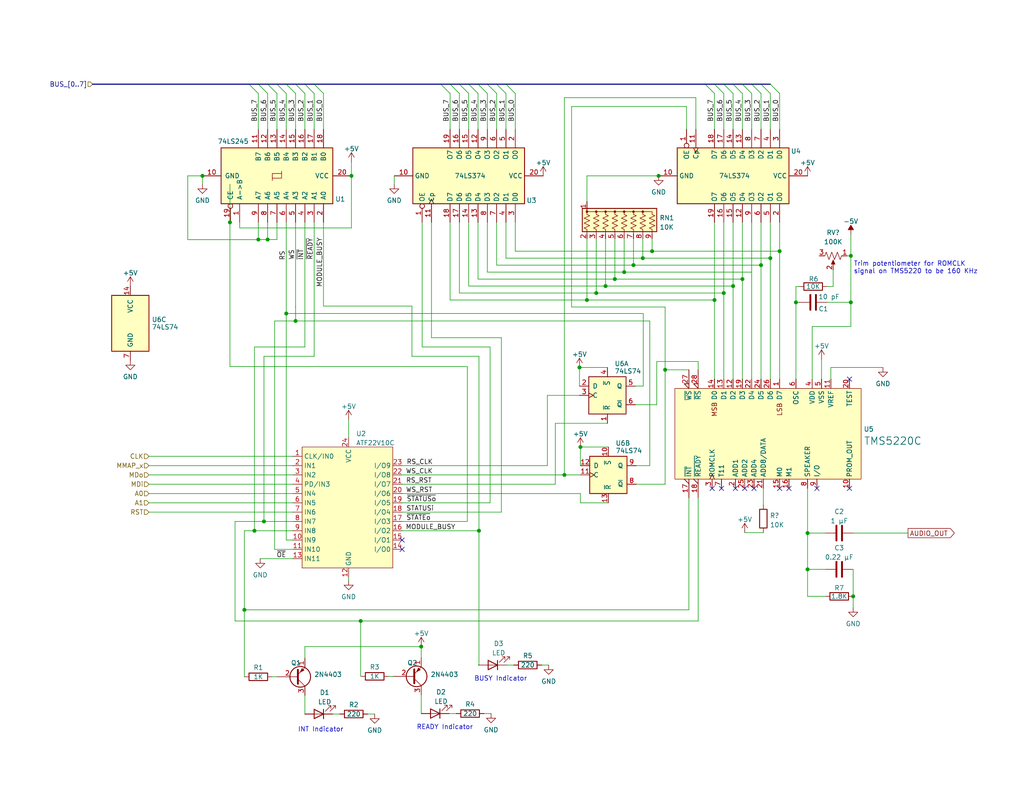
<source format=kicad_sch>
(kicad_sch (version 20230121) (generator eeschema)
  (paper "A")
  (lib_symbols
    (symbol "74xx:74LS245" (pin_names (offset 1.016))
      (property "Reference" "U" (at -7.62 16.51 0))
      (property "Value" "74LS245" (at -7.62 -16.51 0))
      (symbol "74LS245_1_0"
        (polyline (pts (xy -0.635 -1.27) (xy -0.635 1.27) (xy 0.635 1.27)))
        (polyline (pts (xy -1.27 -1.27) (xy 0.635 -1.27) (xy 0.635 1.27) (xy 1.27 1.27)))
        (pin input line (at -12.7 -10.16 0) (length 5.08) (name "A->B") (number "1"))
        (pin power_in line (at 0 -20.32 90) (length 5.08) (name "GND") (number "10"))
        (pin tri_state line (at 12.7 -5.08 180) (length 5.08) (name "B7") (number "11"))
        (pin tri_state line (at 12.7 -2.54 180) (length 5.08) (name "B6") (number "12"))
        (pin tri_state line (at 12.7 0 180) (length 5.08) (name "B5") (number "13"))
        (pin tri_state line (at 12.7 2.54 180) (length 5.08) (name "B4") (number "14"))
        (pin tri_state line (at 12.7 5.08 180) (length 5.08) (name "B3") (number "15"))
        (pin tri_state line (at 12.7 7.62 180) (length 5.08) (name "B2") (number "16"))
        (pin tri_state line (at 12.7 10.16 180) (length 5.08) (name "B1") (number "17"))
        (pin tri_state line (at 12.7 12.7 180) (length 5.08) (name "B0") (number "18"))
        (pin input inverted (at -12.7 -12.7 0) (length 5.08) (name "CE") (number "19"))
        (pin tri_state line (at -12.7 12.7 0) (length 5.08) (name "A0") (number "2"))
        (pin power_in line (at 0 20.32 270) (length 5.08) (name "VCC") (number "20"))
        (pin tri_state line (at -12.7 10.16 0) (length 5.08) (name "A1") (number "3"))
        (pin tri_state line (at -12.7 7.62 0) (length 5.08) (name "A2") (number "4"))
        (pin tri_state line (at -12.7 5.08 0) (length 5.08) (name "A3") (number "5"))
        (pin tri_state line (at -12.7 2.54 0) (length 5.08) (name "A4") (number "6"))
        (pin tri_state line (at -12.7 0 0) (length 5.08) (name "A5") (number "7"))
        (pin tri_state line (at -12.7 -2.54 0) (length 5.08) (name "A6") (number "8"))
        (pin tri_state line (at -12.7 -5.08 0) (length 5.08) (name "A7") (number "9"))
      )
      (symbol "74LS245_1_1"
        (rectangle (start -7.62 15.24) (end 7.62 -15.24) (stroke (width 0.254)) (fill (type background)))
      )
    )
    (symbol "74xx:74LS374"
      (property "Reference" "U" (at -7.62 16.51 0))
      (property "Value" "74LS374" (at -7.62 -16.51 0))
      (symbol "74LS374_1_0"
        (pin input inverted (at -12.7 -12.7 0) (length 5.08) (name "OE") (number "1"))
        (pin power_in line (at 0 -20.32 90) (length 5.08) (name "GND") (number "10"))
        (pin input clock (at -12.7 -10.16 0) (length 5.08) (name "Cp") (number "11"))
        (pin tri_state line (at 12.7 2.54 180) (length 5.08) (name "O4") (number "12"))
        (pin input line (at -12.7 2.54 0) (length 5.08) (name "D4") (number "13"))
        (pin input line (at -12.7 0 0) (length 5.08) (name "D5") (number "14"))
        (pin tri_state line (at 12.7 0 180) (length 5.08) (name "O5") (number "15"))
        (pin tri_state line (at 12.7 -2.54 180) (length 5.08) (name "O6") (number "16"))
        (pin input line (at -12.7 -2.54 0) (length 5.08) (name "D6") (number "17"))
        (pin input line (at -12.7 -5.08 0) (length 5.08) (name "D7") (number "18"))
        (pin tri_state line (at 12.7 -5.08 180) (length 5.08) (name "O7") (number "19"))
        (pin tri_state line (at 12.7 12.7 180) (length 5.08) (name "O0") (number "2"))
        (pin power_in line (at 0 20.32 270) (length 5.08) (name "VCC") (number "20"))
        (pin input line (at -12.7 12.7 0) (length 5.08) (name "D0") (number "3"))
        (pin input line (at -12.7 10.16 0) (length 5.08) (name "D1") (number "4"))
        (pin tri_state line (at 12.7 10.16 180) (length 5.08) (name "O1") (number "5"))
        (pin tri_state line (at 12.7 7.62 180) (length 5.08) (name "O2") (number "6"))
        (pin input line (at -12.7 7.62 0) (length 5.08) (name "D2") (number "7"))
        (pin input line (at -12.7 5.08 0) (length 5.08) (name "D3") (number "8"))
        (pin tri_state line (at 12.7 5.08 180) (length 5.08) (name "O3") (number "9"))
      )
      (symbol "74LS374_1_1"
        (rectangle (start -7.62 15.24) (end 7.62 -15.24) (stroke (width 0.254)) (fill (type background)))
      )
    )
    (symbol "74xx:74LS74" (pin_names (offset 1.016))
      (property "Reference" "U" (at -7.62 8.89 0))
      (property "Value" "74LS74" (at -7.62 -8.89 0))
      (symbol "74LS74_1_0"
        (pin input line (at 0 -7.62 90) (length 2.54) (name "~{R}") (number "1"))
        (pin input line (at -7.62 2.54 0) (length 2.54) (name "D") (number "2"))
        (pin input clock (at -7.62 0 0) (length 2.54) (name "C") (number "3"))
        (pin input line (at 0 7.62 270) (length 2.54) (name "~{S}") (number "4"))
        (pin output line (at 7.62 2.54 180) (length 2.54) (name "Q") (number "5"))
        (pin output line (at 7.62 -2.54 180) (length 2.54) (name "~{Q}") (number "6"))
      )
      (symbol "74LS74_1_1"
        (rectangle (start -5.08 5.08) (end 5.08 -5.08) (stroke (width 0.254)) (fill (type background)))
      )
      (symbol "74LS74_2_0"
        (pin input line (at 0 7.62 270) (length 2.54) (name "~{S}") (number "10"))
        (pin input clock (at -7.62 0 0) (length 2.54) (name "C") (number "11"))
        (pin input line (at -7.62 2.54 0) (length 2.54) (name "D") (number "12"))
        (pin input line (at 0 -7.62 90) (length 2.54) (name "~{R}") (number "13"))
        (pin output line (at 7.62 -2.54 180) (length 2.54) (name "~{Q}") (number "8"))
        (pin output line (at 7.62 2.54 180) (length 2.54) (name "Q") (number "9"))
      )
      (symbol "74LS74_2_1"
        (rectangle (start -5.08 5.08) (end 5.08 -5.08) (stroke (width 0.254)) (fill (type background)))
      )
      (symbol "74LS74_3_0"
        (pin power_in line (at 0 10.16 270) (length 2.54) (name "VCC") (number "14"))
        (pin power_in line (at 0 -10.16 90) (length 2.54) (name "GND") (number "7"))
      )
      (symbol "74LS74_3_1"
        (rectangle (start -5.08 7.62) (end 5.08 -7.62) (stroke (width 0.254)) (fill (type background)))
      )
    )
    (symbol "Device:C" (pin_numbers hide) (pin_names (offset 0.254))
      (property "Reference" "C" (at 0.635 2.54 0))
      (property "Value" "C" (at 0.635 -2.54 0))
      (symbol "C_0_1"
        (polyline (pts (xy -2.032 -0.762) (xy 2.032 -0.762)) (stroke (width 0.508)))
        (polyline (pts (xy -2.032 0.762) (xy 2.032 0.762)) (stroke (width 0.508)))
      )
      (symbol "C_1_1"
        (pin passive line (at 0 3.81 270) (length 2.794) (name "~") (number "1"))
        (pin passive line (at 0 -3.81 90) (length 2.794) (name "~") (number "2"))
      )
    )
    (symbol "Device:LED" (pin_numbers hide) (pin_names (offset 1.016) hide)
      (property "Reference" "D" (at 0 2.54 0))
      (property "Value" "LED" (at 0 -2.54 0))
      (symbol "LED_0_1"
        (polyline (pts (xy -1.27 -1.27) (xy -1.27 1.27)) (stroke (width 0.254)))
        (polyline (pts (xy -1.27 0) (xy 1.27 0)))
        (polyline (pts (xy 1.27 -1.27) (xy 1.27 1.27) (xy -1.27 0) (xy 1.27 -1.27)) (stroke (width 0.254)))
        (polyline (pts (xy -3.048 -0.762) (xy -4.572 -2.286) (xy -3.81 -2.286) (xy -4.572 -2.286) (xy -4.572 -1.524)))
        (polyline (pts (xy -1.778 -0.762) (xy -3.302 -2.286) (xy -2.54 -2.286) (xy -3.302 -2.286) (xy -3.302 -1.524)))
      )
      (symbol "LED_1_1"
        (pin passive line (at -3.81 0 0) (length 2.54) (name "K") (number "1"))
        (pin passive line (at 3.81 0 180) (length 2.54) (name "A") (number "2"))
      )
    )
    (symbol "Device:Q_PNP_EBC" (pin_names (offset 0) hide)
      (property "Reference" "Q" (at 5.08 1.27 0))
      (property "Value" "Q_PNP_EBC" (at 5.08 -1.27 0))
      (symbol "Q_PNP_EBC_0_1"
        (polyline (pts (xy 0.635 0.635) (xy 2.54 2.54)))
        (polyline (pts (xy 0.635 -0.635) (xy 2.54 -2.54) (xy 2.54 -2.54)))
        (polyline (pts (xy 0.635 1.905) (xy 0.635 -1.905) (xy 0.635 -1.905)) (stroke (width 0.508)))
        (polyline (pts (xy 2.286 -1.778) (xy 1.778 -2.286) (xy 1.27 -1.27) (xy 2.286 -1.778) (xy 2.286 -1.778)) (fill (type outline)))
        (circle (center 1.27 0) (radius 2.8194) (stroke (width 0.254)))
      )
      (symbol "Q_PNP_EBC_1_1"
        (pin passive line (at 2.54 -5.08 90) (length 2.54) (name "E") (number "1"))
        (pin input line (at -5.08 0 0) (length 5.715) (name "B") (number "2"))
        (pin passive line (at 2.54 5.08 270) (length 2.54) (name "C") (number "3"))
      )
    )
    (symbol "Device:R" (pin_numbers hide) (pin_names (offset 0))
      (property "Reference" "R" (at 2.032 0 90))
      (property "Value" "R" (at 0 0 90))
      (symbol "R_0_1"
        (rectangle (start -1.016 -2.54) (end 1.016 2.54) (stroke (width 0.254)))
      )
      (symbol "R_1_1"
        (pin passive line (at 0 3.81 270) (length 1.27) (name "~") (number "1"))
        (pin passive line (at 0 -3.81 90) (length 1.27) (name "~") (number "2"))
      )
    )
    (symbol "Device:R_Network08_US" (pin_names (offset 0) hide)
      (property "Reference" "RN" (at -12.7 0 90))
      (property "Value" "R_Network08_US" (at 10.16 0 90))
      (symbol "R_Network08_US_0_1"
        (rectangle (start -11.43 -3.175) (end 8.89 3.175) (stroke (width 0.254)) (fill (type background)))
        (circle (center -10.16 2.286) (radius 0.254) (fill (type outline)))
        (circle (center -7.62 2.286) (radius 0.254) (fill (type outline)))
        (circle (center -5.08 2.286) (radius 0.254) (fill (type outline)))
        (circle (center -2.54 2.286) (radius 0.254) (fill (type outline)))
        (polyline (pts (xy -10.16 2.286) (xy 7.62 2.286)))
        (polyline (pts (xy -10.16 2.286) (xy -10.16 1.524) (xy -9.398 1.1684) (xy -10.922 0.508) (xy -9.398 -0.1524) (xy -10.922 -0.8382) (xy -9.398 -1.524) (xy -10.922 -2.1844) (xy -10.16 -2.54) (xy -10.16 -3.81)))
        (polyline (pts (xy -7.62 2.286) (xy -7.62 1.524) (xy -6.858 1.1684) (xy -8.382 0.508) (xy -6.858 -0.1524) (xy -8.382 -0.8382) (xy -6.858 -1.524) (xy -8.382 -2.1844) (xy -7.62 -2.54) (xy -7.62 -3.81)))
        (polyline (pts (xy -5.08 2.286) (xy -5.08 1.524) (xy -4.318 1.1684) (xy -5.842 0.508) (xy -4.318 -0.1524) (xy -5.842 -0.8382) (xy -4.318 -1.524) (xy -5.842 -2.1844) (xy -5.08 -2.54) (xy -5.08 -3.81)))
        (polyline (pts (xy -2.54 2.286) (xy -2.54 1.524) (xy -1.778 1.1684) (xy -3.302 0.508) (xy -1.778 -0.1524) (xy -3.302 -0.8382) (xy -1.778 -1.524) (xy -3.302 -2.1844) (xy -2.54 -2.54) (xy -2.54 -3.81)))
        (polyline (pts (xy 0 2.286) (xy 0 1.524) (xy 0.762 1.1684) (xy -0.762 0.508) (xy 0.762 -0.1524) (xy -0.762 -0.8382) (xy 0.762 -1.524) (xy -0.762 -2.1844) (xy 0 -2.54) (xy 0 -3.81)))
        (polyline (pts (xy 2.54 2.286) (xy 2.54 1.524) (xy 3.302 1.1684) (xy 1.778 0.508) (xy 3.302 -0.1524) (xy 1.778 -0.8382) (xy 3.302 -1.524) (xy 1.778 -2.1844) (xy 2.54 -2.54) (xy 2.54 -3.81)))
        (polyline (pts (xy 5.08 2.286) (xy 5.08 1.524) (xy 5.842 1.1684) (xy 4.318 0.508) (xy 5.842 -0.1524) (xy 4.318 -0.8382) (xy 5.842 -1.524) (xy 4.318 -2.1844) (xy 5.08 -2.54) (xy 5.08 -3.81)))
        (polyline (pts (xy 7.62 2.286) (xy 7.62 1.524) (xy 8.382 1.1684) (xy 6.858 0.508) (xy 8.382 -0.1524) (xy 6.858 -0.8382) (xy 8.382 -1.524) (xy 6.858 -2.1844) (xy 7.62 -2.54) (xy 7.62 -3.81)))
        (circle (center 0 2.286) (radius 0.254) (fill (type outline)))
        (circle (center 2.54 2.286) (radius 0.254) (fill (type outline)))
        (circle (center 5.08 2.286) (radius 0.254) (fill (type outline)))
      )
      (symbol "R_Network08_US_1_1"
        (pin passive line (at -10.16 5.08 270) (length 2.54) (name "common") (number "1"))
        (pin passive line (at -10.16 -5.08 90) (length 1.27) (name "R1") (number "2"))
        (pin passive line (at -7.62 -5.08 90) (length 1.27) (name "R2") (number "3"))
        (pin passive line (at -5.08 -5.08 90) (length 1.27) (name "R3") (number "4"))
        (pin passive line (at -2.54 -5.08 90) (length 1.27) (name "R4") (number "5"))
        (pin passive line (at 0 -5.08 90) (length 1.27) (name "R5") (number "6"))
        (pin passive line (at 2.54 -5.08 90) (length 1.27) (name "R6") (number "7"))
        (pin passive line (at 5.08 -5.08 90) (length 1.27) (name "R7") (number "8"))
        (pin passive line (at 7.62 -5.08 90) (length 1.27) (name "R8") (number "9"))
      )
    )
    (symbol "Device:R_Potentiometer_US" (pin_names (offset 1.016) hide)
      (property "Reference" "RV" (at -4.445 0 90))
      (property "Value" "R_Potentiometer_US" (at -2.54 0 90))
      (symbol "R_Potentiometer_US_0_1"
        (polyline (pts (xy 0 -2.286) (xy 0 -2.54)))
        (polyline (pts (xy 0 2.54) (xy 0 2.286)))
        (polyline (pts (xy 2.54 0) (xy 1.524 0)))
        (polyline (pts (xy 1.143 0) (xy 2.286 0.508) (xy 2.286 -0.508) (xy 1.143 0)) (fill (type outline)))
        (polyline (pts (xy 0 -0.762) (xy 1.016 -1.143) (xy 0 -1.524) (xy -1.016 -1.905) (xy 0 -2.286)))
        (polyline (pts (xy 0 0.762) (xy 1.016 0.381) (xy 0 0) (xy -1.016 -0.381) (xy 0 -0.762)))
        (polyline (pts (xy 0 2.286) (xy 1.016 1.905) (xy 0 1.524) (xy -1.016 1.143) (xy 0 0.762)))
      )
      (symbol "R_Potentiometer_US_1_1"
        (pin passive line (at 0 3.81 270) (length 1.27) (name "1") (number "1"))
        (pin passive line (at 3.81 0 180) (length 1.27) (name "2") (number "2"))
        (pin passive line (at 0 -3.81 90) (length 1.27) (name "3") (number "3"))
      )
    )
    (symbol "common-symbols:ATF22V10C"
      (property "Reference" "U" (at 11.43 -17.78 0))
      (property "Value" "ATF22V10C" (at 0 0 90))
      (symbol "ATF22V10C_0_0"
        (pin input line (at -15.24 13.97 0) (length 2.54) (name "CLK/IN0") (number "1"))
        (pin input line (at -15.24 -8.89 0) (length 2.54) (name "IN9") (number "10"))
        (pin input line (at -15.24 -11.43 0) (length 2.54) (name "IN10") (number "11"))
        (pin power_in line (at 0 -19.05 90) (length 2.54) (name "GND") (number "12"))
        (pin input line (at -15.24 -13.97 0) (length 2.54) (name "IN11") (number "13"))
        (pin bidirectional line (at 14.605 -11.43 180) (length 2.54) (name "I/O0") (number "14"))
        (pin bidirectional line (at 14.605 -8.89 180) (length 2.54) (name "I/O1") (number "15"))
        (pin bidirectional line (at 14.605 -6.35 180) (length 2.54) (name "I/O2") (number "16"))
        (pin bidirectional line (at 14.605 -3.81 180) (length 2.54) (name "I/O3") (number "17"))
        (pin bidirectional line (at 14.605 -1.27 180) (length 2.54) (name "I/O4") (number "18"))
        (pin bidirectional line (at 14.605 1.27 180) (length 2.54) (name "I/O5") (number "19"))
        (pin input line (at -15.24 11.43 0) (length 2.54) (name "IN1") (number "2"))
        (pin bidirectional line (at 14.605 3.81 180) (length 2.54) (name "I/O6") (number "20"))
        (pin bidirectional line (at 14.605 6.35 180) (length 2.54) (name "I/O7") (number "21"))
        (pin bidirectional line (at 14.605 8.89 180) (length 2.54) (name "I/O8") (number "22"))
        (pin bidirectional line (at 14.605 11.43 180) (length 2.54) (name "I/O9") (number "23"))
        (pin power_in line (at 0 19.05 270) (length 2.54) (name "VCC") (number "24"))
        (pin input line (at -15.24 8.89 0) (length 2.54) (name "IN2") (number "3"))
        (pin input line (at -15.24 6.35 0) (length 2.54) (name "PD/IN3") (number "4"))
        (pin input line (at -15.24 3.81 0) (length 2.54) (name "IN4") (number "5"))
        (pin input line (at -15.24 1.27 0) (length 2.54) (name "IN5") (number "6"))
        (pin input line (at -15.24 -1.27 0) (length 2.54) (name "IN6") (number "7"))
        (pin input line (at -15.24 -3.81 0) (length 2.54) (name "IN7") (number "8"))
        (pin input line (at -15.24 -6.35 0) (length 2.54) (name "IN8") (number "9"))
      )
      (symbol "ATF22V10C_0_1"
        (rectangle (start -12.7 16.51) (end 12.065 -16.51) (stroke (width 0.1524)) (fill (type background)))
      )
    )
    (symbol "common-symbols:TMS5220C"
      (property "Reference" "U" (at 0.635 26.035 0))
      (property "Value" "TMS5220C" (at 0.635 22.86 0))
      (symbol "TMS5220C_0_0"
        (text "LSB" (at -6.35 -7.62 0) (effects (font (size 1.27 1.27))))
        (text "MSB" (at -6.35 10.16 0) (effects (font (size 1.27 1.27))))
        (pin bidirectional line (at -14.605 -7.62 0) (length 2.54) (name "D7") (number "1"))
        (pin output line (at 15.24 -26.67 180) (length 2.54) (name "PROM_OUT") (number "10"))
        (pin power_in line (at -14.605 -21.59 0) (length 2.54) (name "VREF") (number "11"))
        (pin bidirectional line (at -14.605 5.08 0) (length 2.54) (name "D2") (number "12"))
        (pin bidirectional line (at -14.605 7.62 0) (length 2.54) (name "D1") (number "13"))
        (pin bidirectional line (at -14.605 10.16 0) (length 2.54) (name "D0") (number "14"))
        (pin output line (at 15.24 -7.62 180) (length 2.54) (name "M0") (number "15"))
        (pin output line (at 15.24 -10.16 180) (length 2.54) (name "M1") (number "16"))
        (pin output output_low (at 17.78 17.145 180) (length 5.08) (name "~{INT}") (number "17"))
        (pin output output_low (at 17.78 14.605 180) (length 5.08) (name "~{READY}") (number "18"))
        (pin bidirectional line (at -14.605 2.54 0) (length 2.54) (name "D3") (number "19"))
        (pin output line (at 15.24 4.445 180) (length 2.54) (name "ADD1") (number "2"))
        (pin input line (at -14.605 -26.67 0) (length 2.54) (name "TEST") (number "20"))
        (pin output line (at 15.24 -3.175 180) (length 2.54) (name "ADD8/DATA") (number "21"))
        (pin bidirectional line (at -14.605 0 0) (length 2.54) (name "D4") (number "22"))
        (pin output line (at 15.24 -0.635 180) (length 2.54) (name "ADD4") (number "23"))
        (pin bidirectional line (at -14.605 -2.54 0) (length 2.54) (name "D5") (number "24"))
        (pin output line (at 15.24 1.905 180) (length 2.54) (name "ADD2") (number "25"))
        (pin bidirectional line (at -14.605 -5.08 0) (length 2.54) (name "D6") (number "26"))
        (pin input input_low (at -17.145 17.145 0) (length 5.08) (name "~{WS}") (number "27"))
        (pin input input_low (at -17.145 14.605 0) (length 5.08) (name "~{RS}") (number "28"))
        (pin output clock (at 15.24 10.795 180) (length 2.54) (name "ROMCLK") (number "3"))
        (pin power_in line (at -14.605 -16.51 0) (length 2.54) (name "VDD") (number "4"))
        (pin power_in line (at -14.605 -19.05 0) (length 2.54) (name "VSS") (number "5"))
        (pin input line (at -14.605 -12.065 0) (length 2.54) (name "OSC") (number "6"))
        (pin output line (at 15.24 8.255 180) (length 2.54) (name "T11") (number "7"))
        (pin output line (at 15.24 -15.24 180) (length 2.54) (name "SPEAKER") (number "8"))
        (pin output line (at 15.24 -17.78 180) (length 2.54) (name "I/O") (number "9"))
      )
      (symbol "TMS5220C_0_1"
        (rectangle (start -12.065 20.955) (end 12.7 -29.845) (stroke (width 0.1524)) (fill (type background)))
      )
    )
    (symbol "power:+5V" (power) (pin_names (offset 0))
      (property "Value" "+5V" (at 0 3.556 0))
      (symbol "+5V_0_1"
        (polyline (pts (xy -0.762 1.27) (xy 0 2.54)))
        (polyline (pts (xy 0 0) (xy 0 2.54)))
        (polyline (pts (xy 0 2.54) (xy 0.762 1.27)))
      )
      (symbol "+5V_1_1"
        (pin power_in line (at 0 0 90) (length 0) hide (name "+5V") (number "1"))
      )
    )
    (symbol "power:-5V" (power) (pin_names (offset 0))
      (property "Value" "-5V" (at 0 3.81 0))
      (symbol "-5V_0_0"
        (pin power_in line (at 0 0 90) (length 0) hide (name "-5V") (number "1"))
      )
      (symbol "-5V_0_1"
        (polyline (pts (xy 0 0) (xy 0 1.27) (xy 0.762 1.27) (xy 0 2.54) (xy -0.762 1.27) (xy 0 1.27)) (fill (type outline)))
      )
    )
    (symbol "power:GND" (power) (pin_names (offset 0))
      (property "Value" "GND" (at 0 -3.81 0))
      (symbol "GND_0_1"
        (polyline (pts (xy 0 0) (xy 0 -1.27) (xy 1.27 -1.27) (xy 0 -2.54) (xy -1.27 -1.27) (xy 0 -1.27)))
      )
      (symbol "GND_1_1"
        (pin power_in line (at 0 0 270) (length 0) hide (name "GND") (number "1"))
      )
    )
  )
  (junction (at 232.156 82.55))
  (junction (at 170.307 74.295))
  (junction (at 114.935 176.53))
  (junction (at 70.485 65.405))
  (junction (at 220.345 145.542))
  (junction (at 167.767 76.2))
  (junction (at 69.4263 144.907))
  (junction (at 95.885 48.006))
  (junction (at 153.9897 129.667))
  (junction (at 212.725 68.58))
  (junction (at 165.227 78.105))
  (junction (at 202.565 76.2))
  (junction (at 158.115 100.33))
  (junction (at 207.645 72.39))
  (junction (at 217.17 82.55))
  (junction (at 172.847 72.39))
  (junction (at 194.945 81.915))
  (junction (at 72.0203 142.367))
  (junction (at 160.147 81.915))
  (junction (at 179.705 48.006))
  (junction (at 232.791 162.814))
  (junction (at 130.683 144.907))
  (junction (at 232.156 69.85))
  (junction (at 175.387 70.485))
  (junction (at 162.687 80.01))
  (junction (at 158.3711 122.047))
  (junction (at 98.425 169.545))
  (junction (at 66.675 166.497))
  (junction (at 73.025 65.405))
  (junction (at 80.6519 87.63))
  (junction (at 200.025 78.105))
  (junction (at 78.105 85.598))
  (junction (at 210.185 70.485))
  (junction (at 220.345 155.448))
  (junction (at 197.485 80.01))
  (junction (at 181.483 100.965))
  (junction (at 177.927 68.58))
  (junction (at 62.738 60.706))
  (junction (at 55.245 48.0099))
  (no_connect (at 200.66 133.35))
  (no_connect (at 203.2 133.35))
  (no_connect (at 205.74 133.35))
  (no_connect (at 212.725 133.35))
  (no_connect (at 194.31 133.35))
  (no_connect (at 196.85 133.35))
  (no_connect (at 215.265 133.35))
  (no_connect (at 231.775 133.35))
  (no_connect (at 231.775 103.505))
  (no_connect (at 222.885 133.35))
  (no_connect (at 109.728 149.987))
  (no_connect (at 109.728 147.447))
  (bus_entry (at 85.725 22.987) (size 2.54 2.54))
  (bus_entry (at 202.565 22.987) (size 2.54 2.54))
  (bus_entry (at 135.509 22.987) (size 2.54 2.54))
  (bus_entry (at 80.645 22.987) (size 2.54 2.54))
  (bus_entry (at 70.485 22.987) (size 2.54 2.54))
  (bus_entry (at 130.429 22.987) (size 2.54 2.54))
  (bus_entry (at 73.025 22.987) (size 2.54 2.54))
  (bus_entry (at 78.105 22.987) (size 2.54 2.54))
  (bus_entry (at 194.945 22.987) (size 2.54 2.54))
  (bus_entry (at 67.945 22.987) (size 2.54 2.54))
  (bus_entry (at 192.405 22.987) (size 2.54 2.54))
  (bus_entry (at 200.025 22.987) (size 2.54 2.54))
  (bus_entry (at 127.889 22.987) (size 2.54 2.54))
  (bus_entry (at 138.049 22.987) (size 2.54 2.54))
  (bus_entry (at 125.349 22.987) (size 2.54 2.54))
  (bus_entry (at 83.185 22.987) (size 2.54 2.54))
  (bus_entry (at 197.485 22.987) (size 2.54 2.54))
  (bus_entry (at 75.565 22.987) (size 2.54 2.54))
  (bus_entry (at 205.105 22.987) (size 2.54 2.54))
  (bus_entry (at 207.645 22.987) (size 2.54 2.54))
  (bus_entry (at 210.185 22.987) (size 2.54 2.54))
  (bus_entry (at 122.809 22.987) (size 2.54 2.54))
  (bus_entry (at 120.269 22.987) (size 2.54 2.54))
  (bus_entry (at 132.969 22.987) (size 2.54 2.54))
  (wire (pts (xy 109.728 134.747) (xy 158.369 134.747)))
  (wire (pts (xy 138.28 181.5809) (xy 140.185 181.5809)))
  (wire (pts (xy 62.738 60.706) (xy 62.865 60.706)))
  (wire (pts (xy 232.791 155.448) (xy 232.791 162.814)))
  (wire (pts (xy 220.345 162.814) (xy 220.345 155.448)))
  (wire (pts (xy 194.945 25.527) (xy 194.945 35.306)))
  (wire (pts (xy 138.049 70.485) (xy 175.387 70.485)))
  (wire (pts (xy 167.767 76.2) (xy 202.565 76.2)))
  (wire (pts (xy 158.3711 122.047) (xy 165.989 122.047)))
  (wire (pts (xy 165.227 78.105) (xy 200.025 78.105)))
  (wire (pts (xy 200.025 25.527) (xy 200.025 35.306)))
  (wire (pts (xy 190.5 169.545) (xy 98.425 169.545)))
  (wire (pts (xy 212.725 60.706) (xy 212.725 68.58)))
  (wire (pts (xy 55.245 48.0099) (xy 55.245 50.292)))
  (wire (pts (xy 160.147 48.006) (xy 160.147 54.991)))
  (wire (pts (xy 194.945 60.706) (xy 194.945 81.915)))
  (wire (pts (xy 114.935 189.738) (xy 114.935 194.818)))
  (wire (pts (xy 80.645 25.527) (xy 80.645 35.306)))
  (wire (pts (xy 149.352 107.95) (xy 158.115 107.95)))
  (wire (pts (xy 83.185 179.705) (xy 83.185 176.53)))
  (wire (pts (xy 158.369 127.127) (xy 158.369 122.047)))
  (wire (pts (xy 130.556 181.5809) (xy 130.66 181.5809)))
  (wire (pts (xy 125.349 80.01) (xy 162.687 80.01)))
  (wire (pts (xy 112.395 97.282) (xy 130.683 97.282)))
  (wire (pts (xy 98.425 169.545) (xy 64.135 169.545)))
  (wire (pts (xy 207.645 72.39) (xy 207.645 103.505)))
  (wire (pts (xy 147.805 181.5809) (xy 149.71 181.5809)))
  (wire (pts (xy 72.0203 142.367) (xy 72.0203 97.282)))
  (wire (pts (xy 179.197 98.7004) (xy 190.5 98.7004)))
  (wire (pts (xy 220.345 133.35) (xy 220.345 145.542)))
  (wire (pts (xy 232.791 145.542) (xy 247.7528 145.542)))
  (wire (pts (xy 205.105 60.706) (xy 205.105 74.295)))
  (wire (pts (xy 130.429 60.706) (xy 130.429 76.2)))
  (wire (pts (xy 70.485 65.4271) (xy 70.485 65.405)))
  (wire (pts (xy 69.4263 144.907) (xy 79.883 144.907)))
  (wire (pts (xy 210.185 70.485) (xy 210.185 103.505)))
  (wire (pts (xy 190.5 98.7004) (xy 190.5 100.965)))
  (wire (pts (xy 181.483 100.965) (xy 181.483 83.82)))
  (wire (pts (xy 177.292 127.127) (xy 177.292 87.63)))
  (wire (pts (xy 173.609 132.207) (xy 181.483 132.207)))
  (wire (pts (xy 40.64 129.667) (xy 79.883 129.667)))
  (wire (pts (xy 51.2313 48.0099) (xy 55.245 48.0099)))
  (wire (pts (xy 125.349 25.527) (xy 125.349 35.306)))
  (wire (pts (xy 172.847 65.151) (xy 172.847 72.39)))
  (wire (pts (xy 232.156 64.008) (xy 232.156 69.85)))
  (wire (pts (xy 136.7995 92.202) (xy 136.7995 139.827)))
  (wire (pts (xy 69.4263 94.742) (xy 83.185 94.742)))
  (wire (pts (xy 70.485 65.405) (xy 73.025 65.405)))
  (wire (pts (xy 130.556 181.61) (xy 130.556 181.5809)))
  (wire (pts (xy 109.728 139.827) (xy 136.7995 139.827)))
  (wire (pts (xy 109.728 129.667) (xy 153.9897 129.667)))
  (wire (pts (xy 117.729 60.706) (xy 117.729 92.202)))
  (wire (pts (xy 187.96 135.89) (xy 187.96 166.497)))
  (bus (pts (xy 70.485 22.987) (xy 73.025 22.987)))
  (wire (pts (xy 232.791 165.862) (xy 232.791 162.814)))
  (wire (pts (xy 80.645 83.82) (xy 80.645 60.706)))
  (wire (pts (xy 132.969 74.295) (xy 170.307 74.295)))
  (wire (pts (xy 221.615 89.154) (xy 221.615 103.505)))
  (wire (pts (xy 70.485 65.4271) (xy 51.2313 65.4271)))
  (wire (pts (xy 64.135 142.367) (xy 72.0203 142.367)))
  (bus (pts (xy 207.645 22.987) (xy 210.185 22.987)))
  (wire (pts (xy 226.695 100.33) (xy 226.695 103.505)))
  (wire (pts (xy 197.485 60.706) (xy 197.485 80.01)))
  (wire (pts (xy 127.508 100.076) (xy 62.738 100.076)))
  (wire (pts (xy 160.147 65.151) (xy 160.147 81.915)))
  (wire (pts (xy 72.0203 97.282) (xy 85.725 97.282)))
  (wire (pts (xy 112.395 83.566) (xy 112.395 97.282)))
  (wire (pts (xy 202.565 76.2) (xy 202.565 103.505)))
  (bus (pts (xy 127.889 22.987) (xy 130.429 22.987)))
  (wire (pts (xy 175.514 85.598) (xy 78.105 85.598)))
  (wire (pts (xy 85.725 60.706) (xy 85.725 97.282)))
  (wire (pts (xy 72.0203 142.367) (xy 79.883 142.367)))
  (wire (pts (xy 132.969 60.706) (xy 132.969 74.295)))
  (wire (pts (xy 153.9897 26.67) (xy 189.865 26.67)))
  (wire (pts (xy 217.17 82.55) (xy 218.059 82.55)))
  (wire (pts (xy 62.738 50.292) (xy 62.738 60.706)))
  (wire (pts (xy 65.405 62.23) (xy 95.885 62.23)))
  (wire (pts (xy 132.08 194.818) (xy 133.985 194.818)))
  (wire (pts (xy 140.589 25.527) (xy 140.589 35.306)))
  (wire (pts (xy 179.705 48.006) (xy 160.147 48.006)))
  (wire (pts (xy 217.17 78.232) (xy 218.059 78.232)))
  (wire (pts (xy 138.049 60.706) (xy 138.049 70.485)))
  (wire (pts (xy 158.369 134.747) (xy 158.369 137.287)))
  (wire (pts (xy 240.919 100.33) (xy 226.695 100.33)))
  (wire (pts (xy 90.805 194.945) (xy 92.71 194.945)))
  (wire (pts (xy 83.185 25.527) (xy 83.185 35.306)))
  (wire (pts (xy 140.589 60.706) (xy 140.589 68.58)))
  (wire (pts (xy 155.956 29.083) (xy 187.325 29.083)))
  (wire (pts (xy 162.687 80.01) (xy 197.485 80.01)))
  (wire (pts (xy 153.9897 129.667) (xy 158.369 129.667)))
  (wire (pts (xy 70.485 60.706) (xy 70.485 65.405)))
  (wire (pts (xy 205.105 74.3038) (xy 205.105 103.505)))
  (wire (pts (xy 80.6519 87.63) (xy 80.6519 83.82)))
  (wire (pts (xy 106.045 184.658) (xy 107.315 184.658)))
  (wire (pts (xy 100.33 194.945) (xy 102.235 194.945)))
  (wire (pts (xy 70.993 152.527) (xy 79.883 152.527)))
  (wire (pts (xy 160.147 81.915) (xy 194.945 81.915)))
  (wire (pts (xy 170.307 65.151) (xy 170.307 74.295)))
  (wire (pts (xy 75.565 60.706) (xy 75.565 65.405)))
  (wire (pts (xy 83.185 176.53) (xy 114.935 176.53)))
  (wire (pts (xy 202.565 60.706) (xy 202.565 76.2)))
  (wire (pts (xy 181.483 83.82) (xy 155.956 83.82)))
  (wire (pts (xy 232.156 82.55) (xy 232.156 89.154)))
  (wire (pts (xy 151.511 132.207) (xy 151.511 115.57)))
  (bus (pts (xy 130.429 22.987) (xy 132.969 22.987)))
  (wire (pts (xy 65.405 60.706) (xy 65.405 62.23)))
  (wire (pts (xy 232.156 69.85) (xy 232.156 82.55)))
  (bus (pts (xy 85.725 22.987) (xy 120.269 22.987)))
  (wire (pts (xy 212.725 25.527) (xy 212.725 35.306)))
  (wire (pts (xy 231.14 69.85) (xy 232.156 69.85)))
  (wire (pts (xy 130.683 144.907) (xy 109.728 144.907)))
  (wire (pts (xy 115.189 60.706) (xy 115.189 94.742)))
  (wire (pts (xy 187.325 29.083) (xy 187.325 35.306)))
  (wire (pts (xy 173.609 127.127) (xy 177.292 127.127)))
  (wire (pts (xy 78.105 25.527) (xy 78.105 35.306)))
  (wire (pts (xy 181.483 132.207) (xy 181.483 100.965)))
  (bus (pts (xy 67.945 22.987) (xy 70.485 22.987)))
  (wire (pts (xy 40.64 137.287) (xy 79.883 137.287)))
  (wire (pts (xy 133.731 137.287) (xy 109.728 137.287)))
  (wire (pts (xy 78.105 85.598) (xy 78.105 147.447)))
  (wire (pts (xy 51.2313 65.4271) (xy 51.2313 48.0099)))
  (wire (pts (xy 130.429 25.527) (xy 130.429 35.306)))
  (bus (pts (xy 202.565 22.987) (xy 205.105 22.987)))
  (wire (pts (xy 40.64 134.747) (xy 79.883 134.747)))
  (wire (pts (xy 172.847 72.39) (xy 207.645 72.39)))
  (bus (pts (xy 75.565 22.987) (xy 78.105 22.987)))
  (wire (pts (xy 207.645 25.527) (xy 207.645 35.306)))
  (wire (pts (xy 165.227 65.151) (xy 165.227 78.105)))
  (bus (pts (xy 125.349 22.987) (xy 127.889 22.987)))
  (wire (pts (xy 205.105 25.527) (xy 205.105 35.306)))
  (wire (pts (xy 88.265 83.566) (xy 112.395 83.566)))
  (wire (pts (xy 217.17 78.232) (xy 217.17 82.55)))
  (wire (pts (xy 80.6519 83.82) (xy 80.645 83.82)))
  (wire (pts (xy 170.307 74.295) (xy 205.105 74.295)))
  (wire (pts (xy 130.429 76.2) (xy 167.767 76.2)))
  (wire (pts (xy 162.687 65.151) (xy 162.687 80.01)))
  (wire (pts (xy 173.355 110.49) (xy 179.197 110.49)))
  (wire (pts (xy 136.7995 92.202) (xy 117.729 92.202)))
  (wire (pts (xy 73.025 65.405) (xy 75.565 65.405)))
  (wire (pts (xy 83.185 60.706) (xy 83.185 94.742)))
  (wire (pts (xy 138.049 25.527) (xy 138.049 35.306)))
  (wire (pts (xy 217.17 82.55) (xy 217.17 103.505)))
  (wire (pts (xy 122.809 60.706) (xy 122.809 81.915)))
  (wire (pts (xy 151.511 115.57) (xy 165.735 115.57)))
  (wire (pts (xy 135.509 72.39) (xy 172.847 72.39)))
  (wire (pts (xy 114.935 176.53) (xy 114.935 179.578)))
  (wire (pts (xy 203.2 145.415) (xy 208.28 145.415)))
  (wire (pts (xy 95.885 44.196) (xy 95.885 48.006)))
  (wire (pts (xy 175.387 70.485) (xy 210.185 70.485)))
  (wire (pts (xy 78.105 147.447) (xy 79.883 147.447)))
  (wire (pts (xy 40.64 132.207) (xy 79.883 132.207)))
  (wire (pts (xy 187.96 166.497) (xy 66.675 166.497)))
  (wire (pts (xy 135.509 60.706) (xy 135.509 72.39)))
  (wire (pts (xy 127.889 78.105) (xy 165.227 78.105)))
  (wire (pts (xy 64.135 169.545) (xy 64.135 142.367)))
  (bus (pts (xy 192.405 22.987) (xy 194.945 22.987)))
  (bus (pts (xy 197.485 22.987) (xy 200.025 22.987)))
  (wire (pts (xy 220.345 145.542) (xy 220.345 155.448)))
  (wire (pts (xy 133.731 94.742) (xy 133.731 137.287)))
  (bus (pts (xy 80.645 22.987) (xy 83.185 22.987)))
  (wire (pts (xy 109.728 127.127) (xy 149.352 127.127)))
  (wire (pts (xy 78.105 85.598) (xy 78.105 60.706)))
  (wire (pts (xy 202.565 25.527) (xy 202.565 35.306)))
  (wire (pts (xy 177.927 65.151) (xy 177.927 68.58)))
  (wire (pts (xy 210.185 25.527) (xy 210.185 35.306)))
  (wire (pts (xy 189.865 26.67) (xy 189.865 35.306)))
  (wire (pts (xy 227.33 78.232) (xy 227.33 73.66)))
  (wire (pts (xy 74.93 87.63) (xy 74.93 149.987)))
  (wire (pts (xy 177.292 87.63) (xy 80.6519 87.63)))
  (bus (pts (xy 200.025 22.987) (xy 202.565 22.987)))
  (bus (pts (xy 132.969 22.987) (xy 135.509 22.987)))
  (wire (pts (xy 107.569 48.006) (xy 107.569 50.292)))
  (wire (pts (xy 194.945 81.915) (xy 194.945 103.505)))
  (wire (pts (xy 88.265 60.706) (xy 88.265 83.566)))
  (wire (pts (xy 200.025 60.706) (xy 200.025 78.105)))
  (wire (pts (xy 197.485 25.527) (xy 197.485 35.306)))
  (wire (pts (xy 122.809 25.527) (xy 122.809 35.306)))
  (wire (pts (xy 135.509 25.527) (xy 135.509 35.306)))
  (wire (pts (xy 130.683 97.282) (xy 130.683 144.907)))
  (wire (pts (xy 127.508 142.367) (xy 109.728 142.367)))
  (wire (pts (xy 55.245 48.006) (xy 55.245 48.0099)))
  (wire (pts (xy 74.93 149.987) (xy 79.883 149.987)))
  (wire (pts (xy 130.683 144.907) (xy 130.683 181.61)))
  (wire (pts (xy 175.514 105.41) (xy 175.514 85.598)))
  (wire (pts (xy 69.4263 144.907) (xy 69.4263 94.742)))
  (wire (pts (xy 95.123 157.607) (xy 95.123 158.496)))
  (wire (pts (xy 62.738 100.076) (xy 62.738 60.706)))
  (bus (pts (xy 194.945 22.987) (xy 197.485 22.987)))
  (bus (pts (xy 120.269 22.987) (xy 122.809 22.987)))
  (wire (pts (xy 177.927 68.58) (xy 212.725 68.58)))
  (bus (pts (xy 73.025 22.987) (xy 75.565 22.987)))
  (wire (pts (xy 98.425 169.545) (xy 98.425 184.658)))
  (wire (pts (xy 153.9897 129.667) (xy 153.9897 26.67)))
  (wire (pts (xy 155.956 83.82) (xy 155.956 29.083)))
  (wire (pts (xy 197.485 80.01) (xy 197.485 103.505)))
  (wire (pts (xy 200.025 78.105) (xy 200.025 103.505)))
  (wire (pts (xy 149.352 127.127) (xy 149.352 107.95)))
  (wire (pts (xy 74.295 184.785) (xy 75.565 184.785)))
  (wire (pts (xy 40.64 124.587) (xy 79.883 124.587)))
  (wire (pts (xy 173.355 105.41) (xy 175.514 105.41)))
  (wire (pts (xy 132.969 25.527) (xy 132.969 35.306)))
  (wire (pts (xy 127.889 60.706) (xy 127.889 78.105)))
  (wire (pts (xy 158.115 105.41) (xy 158.115 100.33)))
  (wire (pts (xy 115.189 94.742) (xy 133.731 94.742)))
  (wire (pts (xy 83.185 189.865) (xy 83.185 194.945)))
  (wire (pts (xy 221.615 89.154) (xy 232.156 89.154)))
  (wire (pts (xy 158.369 137.287) (xy 165.989 137.287)))
  (wire (pts (xy 40.64 127.127) (xy 79.883 127.127)))
  (wire (pts (xy 122.555 194.818) (xy 124.46 194.818)))
  (wire (pts (xy 80.6519 87.63) (xy 74.93 87.63)))
  (wire (pts (xy 158.369 122.047) (xy 158.3711 122.047)))
  (wire (pts (xy 75.565 25.527) (xy 75.565 35.306)))
  (wire (pts (xy 212.725 68.58) (xy 212.725 103.505)))
  (wire (pts (xy 85.725 25.527) (xy 85.725 35.306)))
  (wire (pts (xy 40.64 139.827) (xy 79.883 139.827)))
  (wire (pts (xy 207.645 60.706) (xy 207.645 72.39)))
  (wire (pts (xy 127.508 100.076) (xy 127.508 142.367)))
  (bus (pts (xy 25.273 22.987) (xy 67.945 22.987)))
  (wire (pts (xy 66.675 144.907) (xy 69.4263 144.907)))
  (wire (pts (xy 225.171 162.814) (xy 220.345 162.814)))
  (wire (pts (xy 179.197 110.49) (xy 179.197 98.7004)))
  (bus (pts (xy 122.809 22.987) (xy 125.349 22.987)))
  (bus (pts (xy 138.049 22.987) (xy 192.405 22.987)))
  (wire (pts (xy 66.675 166.497) (xy 66.675 144.907)))
  (wire (pts (xy 73.025 25.527) (xy 73.025 35.306)))
  (wire (pts (xy 224.155 98.044) (xy 224.155 103.505)))
  (wire (pts (xy 66.675 166.497) (xy 66.675 184.785)))
  (wire (pts (xy 122.809 81.915) (xy 160.147 81.915)))
  (wire (pts (xy 130.683 181.61) (xy 130.556 181.61)))
  (wire (pts (xy 95.123 114.554) (xy 95.123 119.507)))
  (wire (pts (xy 125.349 60.706) (xy 125.349 80.01)))
  (wire (pts (xy 225.679 78.232) (xy 227.33 78.232)))
  (wire (pts (xy 208.28 133.35) (xy 208.28 137.795)))
  (wire (pts (xy 190.5 135.89) (xy 190.5 169.545)))
  (bus (pts (xy 83.185 22.987) (xy 85.725 22.987)))
  (wire (pts (xy 167.767 65.151) (xy 167.767 76.2)))
  (wire (pts (xy 175.387 65.151) (xy 175.387 70.485)))
  (wire (pts (xy 225.171 155.448) (xy 220.345 155.448)))
  (bus (pts (xy 78.105 22.987) (xy 80.645 22.987)))
  (wire (pts (xy 140.589 68.58) (xy 177.927 68.58)))
  (wire (pts (xy 210.185 60.706) (xy 210.185 70.485)))
  (wire (pts (xy 70.485 25.527) (xy 70.485 35.306)))
  (wire (pts (xy 158.115 100.33) (xy 165.735 100.33)))
  (bus (pts (xy 135.509 22.987) (xy 138.049 22.987)))
  (wire (pts (xy 127.889 25.527) (xy 127.889 35.306)))
  (wire (pts (xy 109.728 132.207) (xy 151.511 132.207)))
  (wire (pts (xy 225.171 145.542) (xy 220.345 145.542)))
  (bus (pts (xy 205.105 22.987) (xy 207.645 22.987)))
  (wire (pts (xy 73.025 60.706) (xy 73.025 65.405)))
  (wire (pts (xy 95.885 62.23) (xy 95.885 48.006)))
  (wire (pts (xy 88.265 25.527) (xy 88.265 35.306)))
  (wire (pts (xy 181.483 100.965) (xy 187.96 100.965)))
  (wire (pts (xy 225.679 82.55) (xy 232.156 82.55)))
  (text "READY Indicator" (at 113.665 199.39 0) (effects (font (size 1.27 1.27)) (justify left bottom)))
  (text "Trim potentiometer for ROMCLK\nsignal on TMS5220 to be 160 KHz" (at 232.918 74.93 0) (effects (font (size 1.27 1.27)) (justify left bottom)))
  (text "INT Indicator" (at 81.28 200.025 0) (effects (font (size 1.27 1.27)) (justify left bottom)))
  (text "BUSY Indicator" (at 129.39 186.1529 0) (effects (font (size 1.27 1.27)) (justify left bottom)))
  (label "BUS_2" (at 207.645 33.274 90))
  (label "BUS_0" (at 212.725 33.274 90))
  (label "~{OE}" (at 75.438 152.527 0))
  (label "BUS_4" (at 202.565 33.274 90))
  (label "BUS_6" (at 125.349 33.274 90))
  (label "BUS_7" (at 70.485 33.274 90))
  (label "MODULE_BUSY" (at 88.265 64.7673 270))
  (label "BUS_4" (at 130.429 33.274 90))
  (label "RS_RST" (at 117.8535 132.207 180))
  (label "WS_CLK" (at 118.101 129.667 180))
  (label "BUS_6" (at 73.025 33.274 90))
  (label "BUS_1" (at 210.185 33.274 90))
  (label "BUS_0" (at 88.265 33.274 90))
  (label "STATUSi" (at 118.4227 139.827 180))
  (label "BUS_3" (at 80.645 33.274 90))
  (label "~{STATEo}" (at 117.5615 142.367 180))
  (label "RS" (at 78.105 71.0495 90))
  (label "~{INT}" (at 83.185 71.0174 90))
  (label "RS_CLK" (at 118.1336 127.127 180))
  (label "BUS_5" (at 200.025 33.274 90))
  (label "MODULE_BUSY" (at 124.2912 144.907 180))
  (label "BUS_2" (at 83.185 33.274 90))
  (label "BUS_7" (at 122.809 33.274 90))
  (label "BUS_4" (at 78.105 33.274 90))
  (label "BUS_3" (at 132.969 33.274 90))
  (label "BUS_3" (at 205.105 33.274 90))
  (label "BUS_2" (at 135.509 33.274 90))
  (label "WS_RST" (at 118.0085 134.747 180))
  (label "BUS_1" (at 138.049 33.274 90))
  (label "~{STATUSo}" (at 119.0522 137.287 180))
  (label "BUS_1" (at 85.725 33.274 90))
  (label "BUS_0" (at 140.589 33.274 90))
  (label "WS" (at 80.645 70.9192 90))
  (label "~{READY}" (at 85.725 70.9416 90))
  (label "BUS_7" (at 194.945 33.274 90))
  (label "BUS_6" (at 197.485 33.274 90))
  (label "BUS_5" (at 127.889 33.274 90))
  (label "BUS_5" (at 75.565 33.274 90))
  (global_label "AUDIO_OUT" (shape output) (at 247.7528 145.542 0) (property "Intersheetrefs" "${INTERSHEET_REFS}" (effects hide)))
  (hierarchical_label "BUS_[0..7]" (shape input) (at 25.273 22.987 180))
  (hierarchical_label "MMAP_x" (shape input) (at 40.64 127.127 180))
  (hierarchical_label "RST" (shape input) (at 40.64 139.827 180))
  (hierarchical_label "MDo" (shape input) (at 40.64 129.667 180))
  (hierarchical_label "CLK" (shape input) (at 40.64 124.587 180))
  (hierarchical_label "A0" (shape input) (at 40.64 134.747 180))
  (hierarchical_label "MDi" (shape input) (at 40.64 132.207 180))
  (hierarchical_label "A1" (shape input) (at 40.64 137.287 180))
  (symbol (lib_id "power:+5V") (at 148.209 48.006 0) (unit 1)
    (property "Reference" "#PWR010" (effects hide))
    (property "Value" "+5V" (at 148.209 44.4302 0))
  )
  (symbol (lib_id "power:GND") (at 35.56 98.425 0) (unit 1)
    (property "Reference" "#PWR021" (effects hide))
    (property "Value" "GND" (at 35.56 102.8684 0))
  )
  (symbol (lib_id "power:+5V") (at 114.935 176.53 0) (unit 1)
    (property "Reference" "#PWR08" (effects hide))
    (property "Value" "+5V" (at 114.935 172.9542 0))
  )
  (symbol (lib_id "74xx:74LS245") (at 75.565 48.006 270) (mirror x) (unit 1)
    (property "Reference" "U1" (at 92.837 54.356 90))
    (property "Value" "74LS245" (at 63.627 38.608 90))
    (property "Datasheet" "http://www.ti.com/lit/gpn/sn74LS245" (effects hide))
  )
  (symbol (lib_id "Device:LED") (at 118.745 194.818 180) (unit 1)
    (property "Reference" "D2" (at 120.3325 188.9592 0))
    (property "Value" "LED" (at 120.3325 191.4961 0))
  )
  (symbol (lib_id "power:GND") (at 70.993 152.527 0) (unit 1)
    (property "Reference" "#PWR02" (effects hide))
    (property "Value" "GND" (at 70.993 156.9704 0))
  )
  (symbol (lib_id "Device:LED") (at 86.995 194.945 180) (unit 1)
    (property "Reference" "D1" (at 88.5825 189.0862 0))
    (property "Value" "LED" (at 88.5825 191.6231 0))
  )
  (symbol (lib_id "power:+5V") (at 95.123 114.554 0) (unit 1)
    (property "Reference" "#PWR03" (effects hide))
    (property "Value" "+5V" (at 95.123 110.9782 0))
  )
  (symbol (lib_id "common-symbols:ATF22V10C") (at 95.123 138.557 0) (unit 1)
    (property "Reference" "U2" (at 97.1424 118.398 0) (effects (justify left)))
    (property "Value" "ATF22V10C" (at 97.1424 120.9349 0) (effects (justify left)))
  )
  (symbol (lib_id "74xx:74LS374") (at 127.889 48.006 270) (mirror x) (unit 1)
    (property "Reference" "U3" (at 145.034 54.737 90))
    (property "Value" "74LS374" (at 128.27 48.006 90))
    (property "Datasheet" "http://www.ti.com/lit/gpn/sn74LS374" (effects hide))
  )
  (symbol (lib_id "power:GND") (at 95.123 158.496 0) (unit 1)
    (property "Reference" "#PWR04" (effects hide))
    (property "Value" "GND" (at 95.123 162.9394 0))
  )
  (symbol (lib_id "Device:LED") (at 134.47 181.5809 180) (unit 1)
    (property "Reference" "D3" (at 136.0575 175.7221 0))
    (property "Value" "LED" (at 136.0575 178.259 0))
  )
  (symbol (lib_id "power:GND") (at 232.791 165.862 0) (unit 1)
    (property "Reference" "#PWR016" (effects hide))
    (property "Value" "GND" (at 232.791 170.3054 0))
  )
  (symbol (lib_id "power:+5V") (at 220.345 48.006 0) (unit 1)
    (property "Reference" "#PWR013" (effects hide))
    (property "Value" "+5V" (at 220.345 44.4302 0))
  )
  (symbol (lib_id "Device:R") (at 221.869 78.232 90) (unit 1)
    (property "Reference" "R6" (at 221.996 76.2 90))
    (property "Value" "10K" (at 221.869 78.232 90))
  )
  (symbol (lib_id "power:+5V") (at 35.56 78.105 0) (unit 1)
    (property "Reference" "#PWR020" (effects hide))
    (property "Value" "+5V" (at 35.56 74.5292 0))
  )
  (symbol (lib_id "Device:R") (at 102.235 184.658 270) (unit 1)
    (property "Reference" "R3" (at 102.235 182.118 90))
    (property "Value" "1K" (at 102.235 184.658 90))
  )
  (symbol (lib_id "power:+5V") (at 158.115 100.33 0) (unit 1)
    (property "Reference" "#PWR019" (effects hide))
    (property "Value" "+5V" (at 158.115 96.7542 0))
  )
  (symbol (lib_id "power:GND") (at 149.71 181.5809 0) (unit 1)
    (property "Reference" "#PWR011" (effects hide))
    (property "Value" "GND" (at 149.71 186.0243 0))
  )
  (symbol (lib_id "power:+5V") (at 224.155 98.044 0) (unit 1)
    (property "Reference" "#PWR014" (effects hide))
    (property "Value" "+5V" (at 224.155 94.4682 0))
  )
  (symbol (lib_id "Device:C") (at 228.981 145.542 90) (unit 1)
    (property "Reference" "C2" (at 228.981 139.6832 90))
    (property "Value" "1 µF" (at 228.981 142.2201 90))
  )
  (symbol (lib_id "Device:C") (at 221.869 82.55 90) (unit 1)
    (property "Reference" "C1" (at 224.663 84.328 90))
    (property "Value" "10 pF" (at 226.187 81.026 90))
  )
  (symbol (lib_id "Device:R") (at 228.981 162.814 90) (unit 1)
    (property "Reference" "R7" (at 228.981 160.528 90))
    (property "Value" "1.8K" (at 228.981 162.814 90))
  )
  (symbol (lib_id "power:GND") (at 133.985 194.818 0) (unit 1)
    (property "Reference" "#PWR09" (effects hide))
    (property "Value" "GND" (at 133.985 199.2614 0))
  )
  (symbol (lib_id "power:GND") (at 179.705 48.006 0) (unit 1)
    (property "Reference" "#PWR012" (effects hide))
    (property "Value" "GND" (at 179.705 52.4494 0))
  )
  (symbol (lib_id "power:+5V") (at 158.3711 122.047 0) (unit 1)
    (property "Reference" "#PWR018" (effects hide))
    (property "Value" "+5V" (at 158.3711 118.4712 0))
  )
  (symbol (lib_id "power:GND") (at 102.235 194.945 0) (unit 1)
    (property "Reference" "#PWR06" (effects hide))
    (property "Value" "GND" (at 102.235 199.3884 0))
  )
  (symbol (lib_id "power:GND") (at 240.919 100.33 0) (unit 1)
    (property "Reference" "#PWR017" (effects hide))
    (property "Value" "GND" (at 240.919 104.7734 0))
  )
  (symbol (lib_id "Device:R_Network08_US") (at 170.307 60.071 0) (unit 1)
    (property "Reference" "RN1" (at 179.959 59.4903 0) (effects (justify left)))
    (property "Value" "10K" (at 179.959 62.0272 0) (effects (justify left)))
    (property "Footprint" "Resistor_THT:R_Array_SIP9" (effects hide))
    (property "Datasheet" "http://www.vishay.com/docs/31509/csc.pdf" (effects hide))
  )
  (symbol (lib_id "power:-5V") (at 232.156 64.008 0) (unit 1)
    (property "Reference" "#PWR015" (effects hide))
    (property "Value" "-5V" (at 232.156 60.4322 0))
  )
  (symbol (lib_id "power:+5V") (at 95.885 44.196 0) (unit 1)
    (property "Reference" "#PWR05" (effects hide))
    (property "Value" "+5V" (at 95.885 40.6202 0))
  )
  (symbol (lib_id "power:GND") (at 55.245 50.292 0) (unit 1)
    (property "Reference" "#PWR01" (effects hide))
    (property "Value" "GND" (at 55.245 54.7354 0))
  )
  (symbol (lib_id "74xx:74LS74") (at 35.56 88.265 0) (unit 3)
    (property "Reference" "U6" (at 41.402 87.241 0) (effects (justify left)))
    (property "Value" "74LS74" (at 41.402 89.289 0) (effects (justify left)))
    (property "Datasheet" "74xx/74hc_hct74.pdf" (effects hide))
  )
  (symbol (lib_id "Device:R") (at 208.28 141.605 0) (unit 1)
    (property "Reference" "R?" (at 210.058 140.7703 0) (effects (justify left)))
    (property "Value" "10K" (at 210.058 143.3072 0) (effects (justify left)))
  )
  (symbol (lib_id "74xx:74LS374") (at 200.025 48.006 270) (unit 1)
    (property "Reference" "U4" (at 217.17 41.275 90))
    (property "Value" "74LS374" (at 200.406 48.006 90))
    (property "Datasheet" "http://www.ti.com/lit/gpn/sn74LS374" (effects hide))
  )
  (symbol (lib_id "Device:Q_PNP_EBC") (at 112.395 184.658 0) (mirror x) (unit 1)
    (property "Reference" "Q2" (at 111.125 180.975 0) (effects (justify left)))
    (property "Value" "2N4403" (at 117.475 184.15 0) (effects (justify left)))
  )
  (symbol (lib_id "74xx:74LS74") (at 165.735 107.95 0) (unit 1)
    (property "Reference" "U6" (at 167.6909 99.29 0) (effects (justify left)))
    (property "Value" "74LS74" (at 167.6909 101.338 0) (effects (justify left)))
    (property "Datasheet" "74xx/74hc_hct74.pdf" (effects hide))
  )
  (symbol (lib_id "power:+5V") (at 203.2 145.415 0) (unit 1)
    (property "Reference" "#PWR?" (effects hide))
    (property "Value" "+5V" (at 203.2 141.8392 0))
  )
  (symbol (lib_id "74xx:74LS74") (at 165.989 129.667 0) (unit 2)
    (property "Reference" "U6" (at 167.9449 121.007 0) (effects (justify left)))
    (property "Value" "74LS74" (at 167.9449 123.055 0) (effects (justify left)))
    (property "Datasheet" "74xx/74hc_hct74.pdf" (effects hide))
  )
  (symbol (lib_id "power:GND") (at 107.569 50.292 0) (unit 1)
    (property "Reference" "#PWR07" (effects hide))
    (property "Value" "GND" (at 107.569 54.7354 0))
  )
  (symbol (lib_id "common-symbols:TMS5220C") (at 205.105 118.11 90) (mirror x) (unit 1)
    (property "Reference" "U5" (at 235.6612 117.1682 90) (effects (justify right)))
    (property "Value" "TMS5220C" (at 235.6612 120.3899 90) (effects (font (size 2.032 2.032)) (justify right)))
  )
  (symbol (lib_id "Device:C") (at 228.981 155.448 90) (unit 1)
    (property "Reference" "C3" (at 228.981 149.5892 90))
    (property "Value" "0.22 µF" (at 228.981 152.1261 90))
  )
  (symbol (lib_id "Device:R") (at 70.485 184.785 270) (unit 1)
    (property "Reference" "R1" (at 70.485 182.245 90))
    (property "Value" "1K" (at 70.485 184.785 90))
  )
  (symbol (lib_id "Device:R") (at 96.52 194.945 90) (unit 1)
    (property "Reference" "R2" (at 96.52 192.405 90))
    (property "Value" "220" (at 96.52 194.945 90))
  )
  (symbol (lib_id "Device:Q_PNP_EBC") (at 80.645 184.785 0) (mirror x) (unit 1)
    (property "Reference" "Q1" (at 79.375 180.975 0) (effects (justify left)))
    (property "Value" "2N4403" (at 85.725 184.15 0) (effects (justify left)))
  )
  (symbol (lib_id "Device:R") (at 128.27 194.818 90) (unit 1)
    (property "Reference" "R4" (at 128.27 192.278 90))
    (property "Value" "220" (at 128.27 194.818 90))
  )
  (symbol (lib_id "Device:R_Potentiometer_US") (at 227.33 69.85 270) (unit 1)
    (property "Reference" "RV?" (at 227.33 63.5 90))
    (property "Value" "100K" (at 227.33 66.04 90))
  )
  (symbol (lib_id "Device:R") (at 143.995 181.5809 90) (unit 1)
    (property "Reference" "R5" (at 143.995 179.0409 90))
    (property "Value" "220" (at 143.995 181.5809 90))
  )
)
</source>
